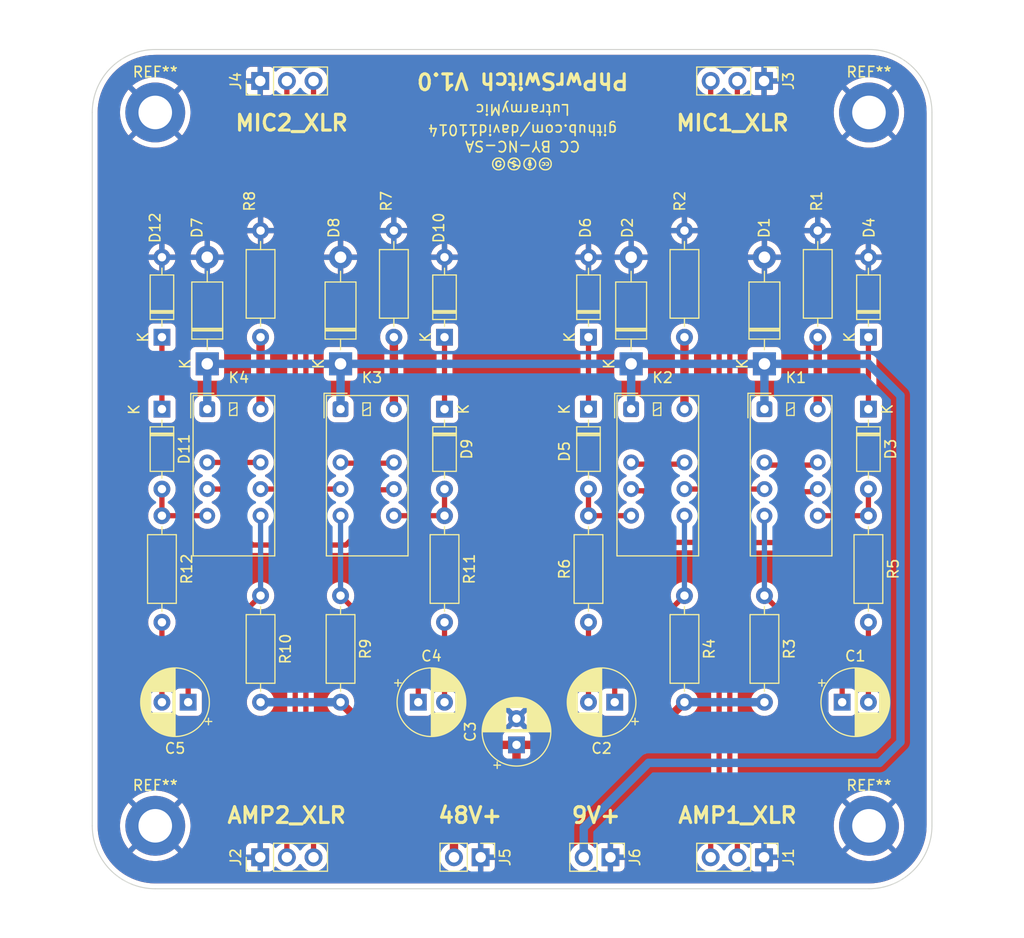
<source format=kicad_pcb>
(kicad_pcb (version 20211014) (generator pcbnew)
  (layers (0 "F.Cu" signal) (31 "B.Cu" signal) (34 "B.Paste" user) (35 "F.Paste" user) (36 "B.SilkS" user "B.Silkscreen") (37 "F.SilkS" user "F.Silkscreen") (38 "B.Mask" user) (39 "F.Mask" user) (44 "Edge.Cuts" user))
  (net 0 "")
  (net 1 "Net-(C1-Pad1)")
  (net 2 "Net-(C1-Pad2)")
  (net 3 "Net-(C2-Pad1)")
  (net 4 "Net-(C2-Pad2)")
  (net 5 "48V+")
  (net 6 "Earth")
  (net 7 "Net-(C4-Pad1)")
  (net 8 "Net-(C4-Pad2)")
  (net 9 "Net-(C5-Pad1)")
  (net 10 "Net-(C5-Pad2)")
  (net 11 "Net-(D10-Pad1)")
  (net 12 "Net-(D9-Pad2)")
  (net 13 "Net-(D3-Pad1)")
  (net 14 "Net-(D3-Pad2)")
  (net 15 "Net-(D5-Pad1)")
  (net 16 "Net-(D5-Pad2)")
  (net 17 "MIC_1_XLR_2")
  (net 18 "MIC_1_XLR_1")
  (net 19 "MIC_2_XLR_2")
  (net 20 "MIC_2_XLR_1")
  (net 21 "AMP_1_XLR_2")
  (net 22 "AMP_1_XLR_1")
  (net 23 "AMP_2_XLR_2")
  (net 24 "AMP_2_XLR_1")
  (net 25 "9V+")
  (net 26 "Net-(K1-Pad10)")
  (net 27 "Net-(K1-Pad12)")
  (net 28 "Net-(K2-Pad10)")
  (net 29 "Net-(K2-Pad12)")
  (net 30 "Net-(K3-Pad10)")
  (net 31 "Net-(K3-Pad12)")
  (net 32 "Net-(K4-Pad10)")
  (net 33 "Net-(K4-Pad12)")
  (net 34 "Net-(D11-Pad1)")
  (net 35 "Net-(D11-Pad2)")
  (footprint "MountingHole:MountingHole_3.2mm_M3_ISO7380_Pad" (layer "F.Cu") (at 135 121)
    (fp_text reference "REF**" (at 0 -3.85) (layer "F.SilkS"))
    (fp_text value "MountingHole_3.2mm_M3_ISO7380_Pad")
    (pad "1" thru_hole circle (at 0 0) (size 5.7 5.7) (drill 3.2) (layers *.Cu *.Mask) (net 6 "Earth"))
  )
  (footprint "Resistor_THT:R_Axial_DIN0207_L6.3mm_D2.5mm_P10.16mm_Horizontal" (layer "F.Cu") (at 162.56 91.44 -90)
    (fp_text reference "R11" (at 5.08 -2.37 90) (layer "F.SilkS"))
    (fp_text value "10")
    (pad "1" thru_hole circle (at 0 0 270) (size 1.6 1.6) (drill 0.8) (layers *.Cu *.Mask) (net 12 "Net-(D9-Pad2)"))
    (pad "2" thru_hole oval (at 10.16 0 270) (size 1.6 1.6) (drill 0.8) (layers *.Cu *.Mask) (net 8 "Net-(C4-Pad2)"))
  )
  (footprint "MountingHole:MountingHole_3.2mm_M3_ISO7380_Pad" (layer "F.Cu") (at 135 53)
    (fp_text reference "REF**" (at 0 -3.85) (layer "F.SilkS"))
    (fp_text value "MountingHole_3.2mm_M3_ISO7380_Pad")
    (pad "1" thru_hole circle (at 0 0) (size 5.7 5.7) (drill 3.2) (layers *.Cu *.Mask) (net 6 "Earth"))
  )
  (footprint "Resistor_THT:R_Axial_DIN0207_L6.3mm_D2.5mm_P10.16mm_Horizontal" (layer "F.Cu") (at 202.946 91.44 -90)
    (fp_text reference "R5" (at 5.08 -2.37 90) (layer "F.SilkS"))
    (fp_text value "10")
    (pad "1" thru_hole circle (at 0 0 270) (size 1.6 1.6) (drill 0.8) (layers *.Cu *.Mask) (net 14 "Net-(D3-Pad2)"))
    (pad "2" thru_hole oval (at 10.16 0 270) (size 1.6 1.6) (drill 0.8) (layers *.Cu *.Mask) (net 2 "Net-(C1-Pad2)"))
  )
  (footprint "Diode_THT:D_DO-41_SOD81_P10.16mm_Horizontal" (layer "F.Cu") (at 139.954 76.962 90)
    (fp_text reference "D7" (at 12.962 -0.97 90) (layer "F.SilkS"))
    (fp_text value "1N4001")
    (fp_text user "K" (at 0 -2.1 90) (layer "F.SilkS"))
    (pad "1" thru_hole rect (at 0 0 90) (size 2.2 2.2) (drill 1.1) (layers *.Cu *.Mask) (net 25 "9V+"))
    (pad "2" thru_hole oval (at 10.16 0 90) (size 2.2 2.2) (drill 1.1) (layers *.Cu *.Mask) (net 6 "Earth"))
  )
  (footprint "Relay_THT:Relay_DPDT_Kemet_EC2" (layer "F.Cu") (at 193.04 81.28)
    (fp_text reference "K1" (at 3 -3) (layer "F.SilkS"))
    (fp_text value "EC2-5NU")
    (pad "1" thru_hole roundrect (at 0 0) (size 1.5 1.5) (drill 0.8) (layers *.Cu *.Mask) (roundrect_rratio 0.167) (net 25 "9V+"))
    (pad "3" thru_hole circle (at 0 5.08) (size 1.5 1.5) (drill 0.8) (layers *.Cu *.Mask) (net 26 "Net-(K1-Pad10)"))
    (pad "4" thru_hole circle (at 0 7.62) (size 1.5 1.5) (drill 0.8) (layers *.Cu *.Mask) (net 17 "MIC_1_XLR_2"))
    (pad "5" thru_hole circle (at 0 10.16) (size 1.5 1.5) (drill 0.8) (layers *.Cu *.Mask) (net 1 "Net-(C1-Pad1)"))
    (pad "8" thru_hole circle (at 5.08 10.16) (size 1.5 1.5) (drill 0.8) (layers *.Cu *.Mask) (net 14 "Net-(D3-Pad2)"))
    (pad "9" thru_hole circle (at 5.08 7.62) (size 1.5 1.5) (drill 0.8) (layers *.Cu *.Mask) (net 21 "AMP_1_XLR_2"))
    (pad "10" thru_hole circle (at 5.08 5.08) (size 1.5 1.5) (drill 0.8) (layers *.Cu *.Mask) (net 26 "Net-(K1-Pad10)"))
    (pad "12" thru_hole circle (at 5.08 0) (size 1.5 1.5) (drill 0.8) (layers *.Cu *.Mask) (net 27 "Net-(K1-Pad12)"))
  )
  (footprint "Resistor_THT:R_Axial_DIN0207_L6.3mm_D2.5mm_P10.16mm_Horizontal" (layer "F.Cu") (at 145.034 99.06 -90)
    (fp_text reference "R10" (at 5.08 -2.37 -270) (layer "F.SilkS"))
    (fp_text value "6.8K")
    (pad "1" thru_hole circle (at 0 0 270) (size 1.6 1.6) (drill 0.8) (layers *.Cu *.Mask) (net 9 "Net-(C5-Pad1)"))
    (pad "2" thru_hole oval (at 10.16 0 270) (size 1.6 1.6) (drill 0.8) (layers *.Cu *.Mask) (net 5 "48V+"))
  )
  (footprint "Resistor_THT:R_Axial_DIN0207_L6.3mm_D2.5mm_P10.16mm_Horizontal" (layer "F.Cu") (at 145.034 74.422 90)
    (fp_text reference "R8" (at 12.962 -1.05 90) (layer "F.SilkS"))
    (fp_text value "150")
    (pad "1" thru_hole circle (at 0 0 90) (size 1.6 1.6) (drill 0.8) (layers *.Cu *.Mask) (net 33 "Net-(K4-Pad12)"))
    (pad "2" thru_hole oval (at 10.16 0 90) (size 1.6 1.6) (drill 0.8) (layers *.Cu *.Mask) (net 6 "Earth"))
  )
  (footprint "Diode_THT:D_DO-35_SOD27_P7.62mm_Horizontal" (layer "F.Cu") (at 202.946 81.28 -90)
    (fp_text reference "D3" (at 3.81 -2.12 90) (layer "F.SilkS"))
    (fp_text value "1N5228B-AP")
    (fp_text user "K" (at 0 -1.8 90) (layer "F.SilkS"))
    (pad "1" thru_hole rect (at 0 0 270) (size 1.6 1.6) (drill 0.8) (layers *.Cu *.Mask) (net 13 "Net-(D3-Pad1)"))
    (pad "2" thru_hole oval (at 7.62 0 270) (size 1.6 1.6) (drill 0.8) (layers *.Cu *.Mask) (net 14 "Net-(D3-Pad2)"))
  )
  (footprint "Relay_THT:Relay_DPDT_Kemet_EC2" (layer "F.Cu") (at 152.654 81.28)
    (fp_text reference "K3" (at 3 -3 180) (layer "F.SilkS"))
    (fp_text value "EC2-5NU")
    (pad "1" thru_hole roundrect (at 0 0) (size 1.5 1.5) (drill 0.8) (layers *.Cu *.Mask) (roundrect_rratio 0.167) (net 25 "9V+"))
    (pad "3" thru_hole circle (at 0 5.08) (size 1.5 1.5) (drill 0.8) (layers *.Cu *.Mask) (net 30 "Net-(K3-Pad10)"))
    (pad "4" thru_hole circle (at 0 7.62) (size 1.5 1.5) (drill 0.8) (layers *.Cu *.Mask) (net 20 "MIC_2_XLR_1"))
    (pad "5" thru_hole circle (at 0 10.16) (size 1.5 1.5) (drill 0.8) (layers *.Cu *.Mask) (net 7 "Net-(C4-Pad1)"))
    (pad "8" thru_hole circle (at 5.08 10.16) (size 1.5 1.5) (drill 0.8) (layers *.Cu *.Mask) (net 12 "Net-(D9-Pad2)"))
    (pad "9" thru_hole circle (at 5.08 7.62) (size 1.5 1.5) (drill 0.8) (layers *.Cu *.Mask) (net 24 "AMP_2_XLR_1"))
    (pad "10" thru_hole circle (at 5.08 5.08) (size 1.5 1.5) (drill 0.8) (layers *.Cu *.Mask) (net 30 "Net-(K3-Pad10)"))
    (pad "12" thru_hole circle (at 5.08 0) (size 1.5 1.5) (drill 0.8) (layers *.Cu *.Mask) (net 31 "Net-(K3-Pad12)"))
  )
  (footprint "Diode_THT:D_DO-35_SOD27_P7.62mm_Horizontal" (layer "F.Cu") (at 202.946 74.422 90)
    (fp_text reference "D4" (at 10.422 0.07 90) (layer "F.SilkS"))
    (fp_text value "1N5228B-AP")
    (fp_text user "K" (at 0 -1.8 90) (layer "F.SilkS"))
    (pad "1" thru_hole rect (at 0 0 90) (size 1.6 1.6) (drill 0.8) (layers *.Cu *.Mask) (net 13 "Net-(D3-Pad1)"))
    (pad "2" thru_hole oval (at 7.62 0 90) (size 1.6 1.6) (drill 0.8) (layers *.Cu *.Mask) (net 6 "Earth"))
  )
  (footprint "Resistor_THT:R_Axial_DIN0207_L6.3mm_D2.5mm_P10.16mm_Horizontal" (layer "F.Cu") (at 198.12 74.422 90)
    (fp_text reference "R1" (at 12.962 -0.104 90) (layer "F.SilkS"))
    (fp_text value "150")
    (pad "1" thru_hole circle (at 0 0 90) (size 1.6 1.6) (drill 0.8) (layers *.Cu *.Mask) (net 27 "Net-(K1-Pad12)"))
    (pad "2" thru_hole oval (at 10.16 0 90) (size 1.6 1.6) (drill 0.8) (layers *.Cu *.Mask) (net 6 "Earth"))
  )
  (footprint "Resistor_THT:R_Axial_DIN0207_L6.3mm_D2.5mm_P10.16mm_Horizontal" (layer "F.Cu") (at 185.42 74.422 90)
    (fp_text reference "R2" (at 12.962 -0.436 90) (layer "F.SilkS"))
    (fp_text value "150")
    (pad "1" thru_hole circle (at 0 0 90) (size 1.6 1.6) (drill 0.8) (layers *.Cu *.Mask) (net 29 "Net-(K2-Pad12)"))
    (pad "2" thru_hole oval (at 10.16 0 90) (size 1.6 1.6) (drill 0.8) (layers *.Cu *.Mask) (net 6 "Earth"))
  )
  (footprint "Diode_THT:D_DO-35_SOD27_P7.62mm_Horizontal" (layer "F.Cu") (at 162.56 81.28 -90)
    (fp_text reference "D9" (at 3.81 -2.12 90) (layer "F.SilkS"))
    (fp_text value "1N5228B-AP")
    (fp_text user "K" (at 0 -1.8 90) (layer "F.SilkS"))
    (pad "1" thru_hole rect (at 0 0 270) (size 1.6 1.6) (drill 0.8) (layers *.Cu *.Mask) (net 11 "Net-(D10-Pad1)"))
    (pad "2" thru_hole oval (at 7.62 0 270) (size 1.6 1.6) (drill 0.8) (layers *.Cu *.Mask) (net 12 "Net-(D9-Pad2)"))
  )
  (footprint "Diode_THT:D_DO-41_SOD81_P10.16mm_Horizontal" (layer "F.Cu") (at 193.04 76.962 90)
    (fp_text reference "D1" (at 12.962 -0.024 90) (layer "F.SilkS"))
    (fp_text value "1N4001")
    (fp_text user "K" (at 0 -2.1 90) (layer "F.SilkS"))
    (pad "1" thru_hole rect (at 0 0 90) (size 2.2 2.2) (drill 1.1) (layers *.Cu *.Mask) (net 25 "9V+"))
    (pad "2" thru_hole oval (at 10.16 0 90) (size 2.2 2.2) (drill 1.1) (layers *.Cu *.Mask) (net 6 "Earth"))
  )
  (footprint "Resistor_THT:R_Axial_DIN0207_L6.3mm_D2.5mm_P10.16mm_Horizontal" (layer "F.Cu") (at 185.42 99.06 -90)
    (fp_text reference "R4" (at 5.08 -2.37 -270) (layer "F.SilkS"))
    (fp_text value "6.8K")
    (pad "1" thru_hole circle (at 0 0 270) (size 1.6 1.6) (drill 0.8) (layers *.Cu *.Mask) (net 3 "Net-(C2-Pad1)"))
    (pad "2" thru_hole oval (at 10.16 0 270) (size 1.6 1.6) (drill 0.8) (layers *.Cu *.Mask) (net 5 "48V+"))
  )
  (footprint "Diode_THT:D_DO-41_SOD81_P10.16mm_Horizontal" (layer "F.Cu") (at 180.34 76.962 90)
    (fp_text reference "D2" (at 12.962 -0.356 90) (layer "F.SilkS"))
    (fp_text value "1N4001")
    (fp_text user "K" (at 0 -2.1 90) (layer "F.SilkS"))
    (pad "1" thru_hole rect (at 0 0 90) (size 2.2 2.2) (drill 1.1) (layers *.Cu *.Mask) (net 25 "9V+"))
    (pad "2" thru_hole oval (at 10.16 0 90) (size 2.2 2.2) (drill 1.1) (layers *.Cu *.Mask) (net 6 "Earth"))
  )
  (footprint "Capacitor_THT:CP_Radial_D6.3mm_P2.50mm" (layer "F.Cu") (at 138.136 109.22 180)
    (fp_text reference "C5" (at 1.25 -4.4) (layer "F.SilkS"))
    (fp_text value "22uF")
    (pad "1" thru_hole rect (at 0 0 180) (size 1.6 1.6) (drill 0.8) (layers *.Cu *.Mask) (net 9 "Net-(C5-Pad1)"))
    (pad "2" thru_hole circle (at 2.5 0 180) (size 1.6 1.6) (drill 0.8) (layers *.Cu *.Mask) (net 10 "Net-(C5-Pad2)"))
  )
  (footprint "Connector_PinHeader_2.54mm:PinHeader_1x03_P2.54mm_Vertical" (layer "F.Cu") (at 145 50 90)
    (fp_text reference "J4" (at 0 -2.33 90) (layer "F.SilkS"))
    (fp_text value "Conn_01x03_Female")
    (pad "1" thru_hole rect (at 0 0 90) (size 1.7 1.7) (drill 1) (layers *.Cu *.Mask) (net 6 "Earth"))
    (pad "2" thru_hole oval (at 0 2.54 90) (size 1.7 1.7) (drill 1) (layers *.Cu *.Mask) (net 19 "MIC_2_XLR_2"))
    (pad "3" thru_hole oval (at 0 5.08 90) (size 1.7 1.7) (drill 1) (layers *.Cu *.Mask) (net 20 "MIC_2_XLR_1"))
  )
  (footprint "Diode_THT:D_DO-35_SOD27_P7.62mm_Horizontal" (layer "F.Cu") (at 135.636 74.422 90)
    (fp_text reference "D12" (at 10.422 -0.652 90) (layer "F.SilkS"))
    (fp_text value "1N5228B-AP")
    (fp_text user "K" (at 0 -1.8 90) (layer "F.SilkS"))
    (pad "1" thru_hole rect (at 0 0 90) (size 1.6 1.6) (drill 0.8) (layers *.Cu *.Mask) (net 34 "Net-(D11-Pad1)"))
    (pad "2" thru_hole oval (at 7.62 0 90) (size 1.6 1.6) (drill 0.8) (layers *.Cu *.Mask) (net 6 "Earth"))
  )
  (footprint "Diode_THT:D_DO-35_SOD27_P7.62mm_Horizontal" (layer "F.Cu") (at 162.56 74.422 90)
    (fp_text reference "D10" (at 10.422 -0.544 90) (layer "F.SilkS"))
    (fp_text value "1N5228B-AP")
    (fp_text user "K" (at 0 -1.8 90) (layer "F.SilkS"))
    (pad "1" thru_hole rect (at 0 0 90) (size 1.6 1.6) (drill 0.8) (layers *.Cu *.Mask) (net 11 "Net-(D10-Pad1)"))
    (pad "2" thru_hole oval (at 7.62 0 90) (size 1.6 1.6) (drill 0.8) (layers *.Cu *.Mask) (net 6 "Earth"))
  )
  (footprint "Connector_PinHeader_2.54mm:PinHeader_1x03_P2.54mm_Vertical" (layer "F.Cu") (at 193 50 -90)
    (fp_text reference "J3" (at 0 -2.33 90) (layer "F.SilkS"))
    (fp_text value "Conn_01x03_Female")
    (pad "1" thru_hole rect (at 0 0 270) (size 1.7 1.7) (drill 1) (layers *.Cu *.Mask) (net 6 "Earth"))
    (pad "2" thru_hole oval (at 0 2.54 270) (size 1.7 1.7) (drill 1) (layers *.Cu *.Mask) (net 17 "MIC_1_XLR_2"))
    (pad "3" thru_hole oval (at 0 5.08 270) (size 1.7 1.7) (drill 1) (layers *.Cu *.Mask) (net 18 "MIC_1_XLR_1"))
  )
  (footprint "Relay_THT:Relay_DPDT_Kemet_EC2" (layer "F.Cu") (at 180.34 81.28)
    (fp_text reference "K2" (at 3 -3) (layer "F.SilkS"))
    (fp_text value "EC2-5NU")
    (pad "1" thru_hole roundrect (at 0 0) (size 1.5 1.5) (drill 0.8) (layers *.Cu *.Mask) (roundrect_rratio 0.167) (net 25 "9V+"))
    (pad "3" thru_hole circle (at 0 5.08) (size 1.5 1.5) (drill 0.8) (layers *.Cu *.Mask) (net 28 "Net-(K2-Pad10)"))
    (pad "4" thru_hole circle (at 0 7.62) (size 1.5 1.5) (drill 0.8) (layers *.Cu *.Mask) (net 22 "AMP_1_XLR_1"))
    (pad "5" thru_hole circle (at 0 10.16) (size 1.5 1.5) (drill 0.8) (layers *.Cu *.Mask) (net 16 "Net-(D5-Pad2)"))
    (pad "8" thru_hole circle (at 5.08 10.16) (size 1.5 1.5) (drill 0.8) (layers *.Cu *.Mask) (net 3 "Net-(C2-Pad1)"))
    (pad "9" thru_hole circle (at 5.08 7.62) (size 1.5 1.5) (drill 0.8) (layers *.Cu *.Mask) (net 18 "MIC_1_XLR_1"))
    (pad "10" thru_hole circle (at 5.08 5.08) (size 1.5 1.5) (drill 0.8) (layers *.Cu *.Mask) (net 28 "Net-(K2-Pad10)"))
    (pad "12" thru_hole circle (at 5.08 0) (size 1.5 1.5) (drill 0.8) (layers *.Cu *.Mask) (net 29 "Net-(K2-Pad12)"))
  )
  (footprint "Resistor_THT:R_Axial_DIN0207_L6.3mm_D2.5mm_P10.16mm_Horizontal" (layer "F.Cu") (at 152.654 99.06 -90)
    (fp_text reference "R9" (at 5.08 -2.37 90) (layer "F.SilkS"))
    (fp_text value "6.8K")
    (pad "1" thru_hole circle (at 0 0 270) (size 1.6 1.6) (drill 0.8) (layers *.Cu *.Mask) (net 7 "Net-(C4-Pad1)"))
    (pad "2" thru_hole oval (at 10.16 0 270) (size 1.6 1.6) (drill 0.8) (layers *.Cu *.Mask) (net 5 "48V+"))
  )
  (footprint "Diode_THT:D_DO-35_SOD27_P7.62mm_Horizontal" (layer "F.Cu") (at 176.276 81.28 -90)
    (fp_text reference "D5" (at 4.038 2.292 90) (layer "F.SilkS"))
    (fp_text value "1N5228B-AP")
    (fp_text user "K" (at 0 2.292 90) (layer "F.SilkS"))
    (pad "1" thru_hole rect (at 0 0 270) (size 1.6 1.6) (drill 0.8) (layers *.Cu *.Mask) (net 15 "Net-(D5-Pad1)"))
    (pad "2" thru_hole oval (at 7.62 0 270) (size 1.6 1.6) (drill 0.8) (layers *.Cu *.Mask) (net 16 "Net-(D5-Pad2)"))
  )
  (footprint "Diode_THT:D_DO-35_SOD27_P7.62mm_Horizontal" (layer "F.Cu") (at 135.636 81.28 -90)
    (fp_text reference "D11" (at 3.81 -2.12 90) (layer "F.SilkS"))
    (fp_text value "1N5228B-AP")
    (fp_text user "K" (at 0.038 2.652 90) (layer "F.SilkS"))
    (pad "1" thru_hole rect (at 0 0 270) (size 1.6 1.6) (drill 0.8) (layers *.Cu *.Mask) (net 34 "Net-(D11-Pad1)"))
    (pad "2" thru_hole oval (at 7.62 0 270) (size 1.6 1.6) (drill 0.8) (layers *.Cu *.Mask) (net 35 "Net-(D11-Pad2)"))
  )
  (footprint "Connector_PinHeader_2.54mm:PinHeader_1x02_P2.54mm_Vertical" (layer "F.Cu") (at 166 124 -90)
    (fp_text reference "J5" (at 0 -2.33 90) (layer "F.SilkS"))
    (fp_text value "Conn_01x02_Female")
    (pad "1" thru_hole rect (at 0 0 270) (size 1.7 1.7) (drill 1) (layers *.Cu *.Mask) (net 6 "Earth"))
    (pad "2" thru_hole oval (at 0 2.54 270) (size 1.7 1.7) (drill 1) (layers *.Cu *.Mask) (net 5 "48V+"))
  )
  (footprint "Resistor_THT:R_Axial_DIN0207_L6.3mm_D2.5mm_P10.16mm_Horizontal" (layer "F.Cu") (at 193.04 99.06 -90)
    (fp_text reference "R3" (at 5.08 -2.37 90) (layer "F.SilkS"))
    (fp_text value "6.8K")
    (pad "1" thru_hole circle (at 0 0 270) (size 1.6 1.6) (drill 0.8) (layers *.Cu *.Mask) (net 1 "Net-(C1-Pad1)"))
    (pad "2" thru_hole oval (at 10.16 0 270) (size 1.6 1.6) (drill 0.8) (layers *.Cu *.Mask) (net 5 "48V+"))
  )
  (footprint "Diode_THT:D_DO-35_SOD27_P7.62mm_Horizontal" (layer "F.Cu") (at 176.276 74.422 90)
    (fp_text reference "D6" (at 10.422 -0.292 90) (layer "F.SilkS"))
    (fp_text value "1N5228B-AP")
    (fp_text user "K" (at 0 -1.8 90) (layer "F.SilkS"))
    (pad "1" thru_hole rect (at 0 0 90) (size 1.6 1.6) (drill 0.8) (layers *.Cu *.Mask) (net 15 "Net-(D5-Pad1)"))
    (pad "2" thru_hole oval (at 7.62 0 90) (size 1.6 1.6) (drill 0.8) (layers *.Cu *.Mask) (net 6 "Earth"))
  )
  (footprint "Connector_PinHeader_2.54mm:PinHeader_1x03_P2.54mm_Vertical" (layer "F.Cu") (at 193 124 -90)
    (fp_text reference "J1" (at 0 -2.33 90) (layer "F.SilkS"))
    (fp_text value "Conn_01x03_Female")
    (pad "1" thru_hole rect (at 0 0 270) (size 1.7 1.7) (drill 1) (layers *.Cu *.Mask) (net 6 "Earth"))
    (pad "2" thru_hole oval (at 0 2.54 270) (size 1.7 1.7) (drill 1) (layers *.Cu *.Mask) (net 21 "AMP_1_XLR_2"))
    (pad "3" thru_hole oval (at 0 5.08 270) (size 1.7 1.7) (drill 1) (layers *.Cu *.Mask) (net 22 "AMP_1_XLR_1"))
  )
  (footprint "CopyRight:CC-BY-NC-SA" (layer "F.Cu") (at 170 53.71591 180)
    (fp_text reference "LutrarmyMic" (at 0 1 180 unlocked) (layer "F.SilkS"))
    (fp_text value "CC-BY-NC-SA" hide)
    (fp_text user "CC BY-NC-SA" (at 0 -2.5 180 unlocked) (layer "F.SilkS"))
    (fp_text user "github.com/david11014" (at 0 -0.94 180 unlocked) (layer "F.SilkS"))
  )
  (footprint "Connector_PinHeader_2.54mm:PinHeader_1x03_P2.54mm_Vertical" (layer "F.Cu") (at 145 124 90)
    (fp_text reference "J2" (at 0 -2.33 90) (layer "F.SilkS"))
    (fp_text value "Conn_01x03_Female")
    (pad "1" thru_hole rect (at 0 0 90) (size 1.7 1.7) (drill 1) (layers *.Cu *.Mask) (net 6 "Earth"))
    (pad "2" thru_hole oval (at 0 2.54 90) (size 1.7 1.7) (drill 1) (layers *.Cu *.Mask) (net 23 "AMP_2_XLR_2"))
    (pad "3" thru_hole oval (at 0 5.08 90) (size 1.7 1.7) (drill 1) (layers *.Cu *.Mask) (net 24 "AMP_2_XLR_1"))
  )
  (footprint "Resistor_THT:R_Axial_DIN0207_L6.3mm_D2.5mm_P10.16mm_Horizontal" (layer "F.Cu") (at 135.636 91.44 -90)
    (fp_text reference "R12" (at 5.08 -2.37 90) (layer "F.SilkS"))
    (fp_text value "10")
    (pad "1" thru_hole circle (at 0 0 270) (size 1.6 1.6) (drill 0.8) (layers *.Cu *.Mask) (net 35 "Net-(D11-Pad2)"))
    (pad "2" thru_hole oval (at 10.16 0 270) (size 1.6 1.6) (drill 0.8) (layers *.Cu *.Mask) (net 10 "Net-(C5-Pad2)"))
  )
  (footprint "MountingHole:MountingHole_3.2mm_M3_ISO7380_Pad" (layer "F.Cu") (at 203 121)
    (fp_text reference "REF**" (at 0 -3.85) (layer "F.SilkS"))
    (fp_text value "MountingHole_3.2mm_M3_ISO7380_Pad")
    (pad "1" thru_hole circle (at 0 0) (size 5.7 5.7) (drill 3.2) (layers *.Cu *.Mask) (net 6 "Earth"))
  )
  (footprint "Relay_THT:Relay_DPDT_Kemet_EC2" (layer "F.Cu") (at 139.954 81.28)
    (fp_text reference "K4" (at 3 -3 180) (layer "F.SilkS"))
    (fp_text value "EC2-5NU")
    (pad "1" thru_hole roundrect (at 0 0) (size 1.5 1.5) (drill 0.8) (layers *.Cu *.Mask) (roundrect_rratio 0.167) (net 25 "9V+"))
    (pad "3" thru_hole circle (at 0 5.08) (size 1.5 1.5) (drill 0.8) (layers *.Cu *.Mask) (net 32 "Net-(K4-Pad10)"))
    (pad "4" thru_hole circle (at 0 7.62) (size 1.5 1.5) (drill 0.8) (layers *.Cu *.Mask) (net 23 "AMP_2_XLR_2"))
    (pad "5" thru_hole circle (at 0 10.16) (size 1.5 1.5) (drill 0.8) (layers *.Cu *.Mask) (net 35 "Net-(D11-Pad2)"))
    (pad "8" thru_hole circle (at 5.08 10.16) (size 1.5 1.5) (drill 0.8) (layers *.Cu *.Mask) (net 9 "Net-(C5-Pad1)"))
    (pad "9" thru_hole circle (at 5.08 7.62) (size 1.5 1.5) (drill 0.8) (layers *.Cu *.Mask) (net 19 "MIC_2_XLR_2"))
    (pad "10" thru_hole circle (at 5.08 5.08) (size 1.5 1.5) (drill 0.8) (layers *.Cu *.Mask) (net 32 "Net-(K4-Pad10)"))
    (pad "12" thru_hole circle (at 5.08 0) (size 1.5 1.5) (drill 0.8) (layers *.Cu *.Mask) (net 33 "Net-(K4-Pad12)"))
  )
  (footprint "Capacitor_THT:CP_Radial_D6.3mm_P2.50mm" (layer "F.Cu") (at 169.418 113.284 90)
    (fp_text reference "C3" (at 1.25 -4.4 90) (layer "F.SilkS"))
    (fp_text value "10uF")
    (pad "1" thru_hole rect (at 0 0 90) (size 1.6 1.6) (drill 0.8) (layers *.Cu *.Mask) (net 5 "48V+"))
    (pad "2" thru_hole circle (at 2.5 0 90) (size 1.6 1.6) (drill 0.8) (layers *.Cu *.Mask) (net 6 "Earth"))
  )
  (footprint "Resistor_THT:R_Axial_DIN0207_L6.3mm_D2.5mm_P10.16mm_Horizontal" (layer "F.Cu") (at 157.734 74.422 90)
    (fp_text reference "R7" (at 12.962 -0.718 90) (layer "F.SilkS"))
    (fp_text value "150")
    (pad "1" thru_hole circle (at 0 0 90) (size 1.6 1.6) (drill 0.8) (layers *.Cu *.Mask) (net 31 "Net-(K3-Pad12)"))
    (pad "2" thru_hole oval (at 10.16 0 90) (size 1.6 1.6) (drill 0.8) (layers *.Cu *.Mask) (net 6 "Earth"))
  )
  (footprint "Resistor_THT:R_Axial_DIN0207_L6.3mm_D2.5mm_P10.16mm_Horizontal" (layer "F.Cu") (at 176.276 91.44 -90)
    (fp_text reference "R6" (at 5.08 2.292 90) (layer "F.SilkS"))
    (fp_text value "10")
    (pad "1" thru_hole circle (at 0 0 270) (size 1.6 1.6) (drill 0.8) (layers *.Cu *.Mask) (net 16 "Net-(D5-Pad2)"))
    (pad "2" thru_hole oval (at 10.16 0 270) (size 1.6 1.6) (drill 0.8) (layers *.Cu *.Mask) (net 4 "Net-(C2-Pad2)"))
  )
  (footprint "MountingHole:MountingHole_3.2mm_M3_ISO7380_Pad" (layer "F.Cu") (at 203 53)
    (fp_text reference "REF**" (at 0 -3.85) (layer "F.SilkS"))
    (fp_text value "MountingHole_3.2mm_M3_ISO7380_Pad")
    (pad "1" thru_hole circle (at 0 0) (size 5.7 5.7) (drill 3.2) (layers *.Cu *.Mask) (net 6 "Earth"))
  )
  (footprint "Capacitor_THT:CP_Radial_D6.3mm_P2.50mm" (layer "F.Cu") (at 200.446 109.22)
    (fp_text reference "C1" (at 1.25 -4.4) (layer "F.SilkS"))
    (fp_text value "22uF")
    (pad "1" thru_hole rect (at 0 0) (size 1.6 1.6) (drill 0.8) (layers *.Cu *.Mask) (net 1 "Net-(C1-Pad1)"))
    (pad "2" thru_hole circle (at 2.5 0) (size 1.6 1.6) (drill 0.8) (layers *.Cu *.Mask) (net 2 "Net-(C1-Pad2)"))
  )
  (footprint "Diode_THT:D_DO-41_SOD81_P10.16mm_Horizontal" (layer "F.Cu") (at 152.654 76.962 90)
    (fp_text reference "D8" (at 12.962 -0.638 90) (layer "F.SilkS"))
    (fp_text value "1N4001")
    (fp_text user "K" (at 0 -2.1 90) (layer "F.SilkS"))
    (pad "1" thru_hole rect (at 0 0 90) (size 2.2 2.2) (drill 1.1) (layers *.Cu *.Mask) (net 25 "9V+"))
    (pad "2" thru_hole oval (at 10.16 0 90) (size 2.2 2.2) (drill 1.1) (layers *.Cu *.Mask) (net 6 "Earth"))
  )
  (footprint "Capacitor_THT:CP_Radial_D6.3mm_P2.50mm" (layer "F.Cu") (at 160.06 109.22)
    (fp_text reference "C4" (at 1.25 -4.4) (layer "F.SilkS"))
    (fp_text value "22uF")
    (pad "1" thru_hole rect (at 0 0) (size 1.6 1.6) (drill 0.8) (layers *.Cu *.Mask) (net 7 "Net-(C4-Pad1)"))
    (pad "2" thru_hole circle (at 2.5 0) (size 1.6 1.6) (drill 0.8) (layers *.Cu *.Mask) (net 8 "Net-(C4-Pad2)"))
  )
  (footprint "Capacitor_THT:CP_Radial_D6.3mm_P2.50mm" (layer "F.Cu") (at 178.776 109.22 180)
    (fp_text reference "C2" (at 1.25 -4.4) (layer "F.SilkS"))
    (fp_text value "22uF")
    (pad "1" thru_hole rect (at 0 0 180) (size 1.6 1.6) (drill 0.8) (layers *.Cu *.Mask) (net 3 "Net-(C2-Pad1)"))
    (pad "2" thru_hole circle (at 2.5 0 180) (size 1.6 1.6) (drill 0.8) (layers *.Cu *.Mask) (net 4 "Net-(C2-Pad2)"))
  )
  (footprint "Connector_PinHeader_2.54mm:PinHeader_1x02_P2.54mm_Vertical" (layer "F.Cu") (at 178.365 124 -90)
    (fp_text reference "J6" (at 0 -2.33 90) (layer "F.SilkS"))
    (fp_text value "Conn_01x02_Female")
    (pad "1" thru_hole rect (at 0 0 270) (size 1.7 1.7) (drill 1) (layers *.Cu *.Mask) (net 6 "Earth"))
    (pad "2" thru_hole oval (at 0 2.54 270) (size 1.7 1.7) (drill 1) (layers *.Cu *.Mask) (net 25 "9V+"))
  )
  (gr_line (start 135 47) (end 203 47) (layer "Edge.Cuts") (width 0.1))
  (gr_arc (start 129 53) (mid 130.757359 48.757359) (end 135 47) (layer "Edge.Cuts") (width 0.1))
  (gr_line (start 129 121) (end 129 53) (layer "Edge.Cuts") (width 0.1))
  (gr_line (start 209 53) (end 209 121) (layer "Edge.Cuts") (width 0.1))
  (gr_arc (start 135 127) (mid 130.757359 125.242641) (end 129 121) (layer "Edge.Cuts") (width 0.1))
  (gr_arc (start 209 121) (mid 207.242641 125.242641) (end 203 127) (layer "Edge.Cuts") (width 0.1))
  (gr_line (start 203 127) (end 135 127) (layer "Edge.Cuts") (width 0.1))
  (gr_arc (start 203 47) (mid 207.242641 48.757359) (end 209 53) (layer "Edge.Cuts") (width 0.1))
  (gr_text "MIC2_XLR" (at 148 54) (layer "F.SilkS") (effects (font (size 1.5 1.5) (thickness 0.3))))
  (gr_text "PhPwrSwitch V1.0" (at 170 50 180) (layer "F.SilkS") (effects (font (size 1.5 1.5) (thickness 0.3))))
  (gr_text "48V+" (at 165 120) (layer "F.SilkS") (effects (font (size 1.5 1.5) (thickness 0.3))))
  (gr_text "MIC1_XLR" (at 190 54) (layer "F.SilkS") (effects (font (size 1.5 1.5) (thickness 0.3))))
  (gr_text "AMP2_XLR" (at 147.525 120) (layer "F.SilkS") (effects (font (size 1.5 1.5) (thickness 0.3))))
  (gr_text "AMP1_XLR" (at 190.475 120) (layer "F.SilkS") (effects (font (size 1.5 1.5) (thickness 0.3))))
  (gr_text "9V+\n" (at 177 120) (layer "F.SilkS") (effects (font (size 1.5 1.5) (thickness 0.3))))
  (segment (start 200.446 109.22) (end 200.446 106.466) (width 0.5) (layer "F.Cu") (net 1))
  (segment (start 200.446 106.466) (end 193.04 99.06) (width 0.5) (layer "F.Cu") (net 1))
  (segment (start 193.04 99.06) (end 193.04 91.44) (width 0.5) (layer "B.Cu") (net 1))
  (segment (start 202.946 109.22) (end 202.946 101.6) (width 0.5) (layer "F.Cu") (net 2))
  (segment (start 178.776 105.704) (end 185.42 99.06) (width 0.5) (layer "F.Cu") (net 3))
  (segment (start 178.776 109.22) (end 178.776 105.704) (width 0.5) (layer "F.Cu") (net 3))
  (segment (start 185.42 91.44) (end 185.42 99.06) (width 0.5) (layer "B.Cu") (net 3))
  (segment (start 176.276 109.22) (end 176.276 101.6) (width 0.5) (layer "F.Cu") (net 4))
  (segment (start 169.418 115.582) (end 169.418 113.284) (width 0.8) (layer "F.Cu") (net 5))
  (segment (start 169.418 113.284) (end 181.356 113.284) (width 0.8) (layer "F.Cu") (net 5))
  (segment (start 169.418 113.284) (end 156.718 113.284) (width 0.8) (layer "F.Cu") (net 5))
  (segment (start 156.718 113.284) (end 152.654 109.22) (width 0.8) (layer "F.Cu") (net 5))
  (segment (start 181.356 113.284) (end 185.42 109.22) (width 0.8) (layer "F.Cu") (net 5))
  (segment (start 163.46 121.54) (end 169.418 115.582) (width 0.8) (layer "F.Cu") (net 5))
  (segment (start 163.46 124) (end 163.46 121.54) (width 0.8) (layer "F.Cu") (net 5))
  (segment (start 185.42 109.22) (end 193.04 109.22) (width 0.8) (layer "B.Cu") (net 5))
  (segment (start 145.034 109.22) (end 152.654 109.22) (width 0.8) (layer "B.Cu") (net 5))
  (segment (start 160.06 106.466) (end 152.654 99.06) (width 0.5) (layer "F.Cu") (net 7))
  (segment (start 160.06 109.22) (end 160.06 106.466) (width 0.5) (layer "F.Cu") (net 7))
  (segment (start 152.654 91.5125) (end 152.654 99.06) (width 0.5) (layer "B.Cu") (net 7))
  (segment (start 162.56 109.22) (end 162.56 101.6) (width 0.5) (layer "F.Cu") (net 8))
  (segment (start 138.136 105.958) (end 145.034 99.06) (width 0.5) (layer "F.Cu") (net 9))
  (segment (start 138.136 109.22) (end 138.136 105.958) (width 0.5) (layer "F.Cu") (net 9))
  (segment (start 145.034 91.44) (end 145.034 99.06) (width 0.5) (layer "B.Cu") (net 9))
  (segment (start 135.636 109.22) (end 135.636 101.6) (width 0.5) (layer "F.Cu") (net 10))
  (segment (start 162.56 81.28) (end 162.56 74.422) (width 0.5) (layer "F.Cu") (net 11))
  (segment (start 162.56 91.44) (end 157.8065 91.44) (width 0.5) (layer "F.Cu") (net 12))
  (segment (start 157.8065 91.44) (end 157.734 91.5125) (width 0.5) (layer "F.Cu") (net 12))
  (segment (start 162.56 88.9) (end 162.56 91.44) (width 0.5) (layer "F.Cu") (net 12))
  (segment (start 202.946 81.28) (end 202.946 74.422) (width 0.5) (layer "F.Cu") (net 13))
  (segment (start 202.946 91.44) (end 202.946 88.9) (width 0.5) (layer "F.Cu") (net 14))
  (segment (start 198.12 91.44) (end 202.946 91.44) (width 0.5) (layer "F.Cu") (net 14))
  (segment (start 176.276 81.28) (end 176.276 74.422) (width 0.5) (layer "F.Cu") (net 15))
  (segment (start 176.276 91.44) (end 180.34 91.44) (width 0.5) (layer "F.Cu") (net 16))
  (segment (start 176.276 91.44) (end 176.276 88.9) (width 0.5) (layer "F.Cu") (net 16))
  (segment (start 189.738 52.578) (end 189.738 87.7316) (width 0.5) (layer "F.Cu") (net 17))
  (segment (start 189.738 52.578) (end 190.46 51.856) (width 0.5) (layer "F.Cu") (net 17))
  (segment (start 189.738 87.7316) (end 190.9064 88.9) (width 0.5) (layer "F.Cu") (net 17))
  (segment (start 190.9064 88.9) (end 193.04 88.9) (width 0.5) (layer "F.Cu") (net 17))
  (segment (start 190.46 51.856) (end 190.46 50) (width 0.5) (layer "F.Cu") (net 17))
  (segment (start 188.722 87.8332) (end 187.6552 88.9) (width 0.5) (layer "F.Cu") (net 18))
  (segment (start 188.722 52.578) (end 188.722 87.8332) (width 0.5) (layer "F.Cu") (net 18))
  (segment (start 187.6552 88.9) (end 185.42 88.9) (width 0.5) (layer "F.Cu") (net 18))
  (segment (start 188.722 52.578) (end 187.92 51.776) (width 0.5) (layer "F.Cu") (net 18))
  (segment (start 187.92 51.776) (end 187.92 50) (width 0.5) (layer "F.Cu") (net 18))
  (segment (start 147.54 51.782) (end 147.54 50) (width 0.5) (layer "F.Cu") (net 19))
  (segment (start 147.574 88.9) (end 148.336 88.138) (width 0.5) (layer "F.Cu") (net 19))
  (segment (start 148.336 52.578) (end 147.54 51.782) (width 0.5) (layer "F.Cu") (net 19))
  (segment (start 148.336 88.138) (end 148.336 52.578) (width 0.5) (layer "F.Cu") (net 19))
  (segment (start 145.034 88.9) (end 147.574 88.9) (width 0.5) (layer "F.Cu") (net 19))
  (segment (start 149.352 52.468) (end 150.08 51.74) (width 0.5) (layer "F.Cu") (net 20))
  (segment (start 150.114 88.9) (end 149.352 88.138) (width 0.5) (layer "F.Cu") (net 20))
  (segment (start 150.08 51.74) (end 150.08 50) (width 0.5) (layer "F.Cu") (net 20))
  (segment (start 152.654 88.9) (end 150.114 88.9) (width 0.5) (layer "F.Cu") (net 20))
  (segment (start 149.352 88.138) (end 149.352 52.468) (width 0.5) (layer "F.Cu") (net 20))
  (segment (start 194.544 94) (end 195.58 92.964) (width 0.5) (layer "F.Cu") (net 21))
  (segment (start 189.738 121.71) (end 189.738 95.25) (width 0.5) (layer "F.Cu") (net 21))
  (segment (start 195.58 92.964) (end 195.58 90.17) (width 0.5) (layer "F.Cu") (net 21))
  (segment (start 196.596 89.154) (end 198.12 89.154) (width 0.5) (layer "F.Cu") (net 21))
  (segment (start 190.988 94) (end 194.544 94) (width 0.5) (layer "F.Cu") (net 21))
  (segment (start 189.738 95.25) (end 190.988 94) (width 0.5) (layer "F.Cu") (net 21))
  (segment (start 195.58 90.17) (end 196.596 89.154) (width 0.5) (layer "F.Cu") (net 21))
  (segment (start 190.46 122.432) (end 189.738 121.71) (width 0.5) (layer "F.Cu") (net 21))
  (segment (start 190.46 124) (end 190.46 122.432) (width 0.5) (layer "F.Cu") (net 21))
  (segment (start 187.92 124) (end 187.92 122.468) (width 0.5) (layer "F.Cu") (net 22))
  (segment (start 188.722 121.666) (end 188.722 95.25) (width 0.5) (layer "F.Cu") (net 22))
  (segment (start 181.52 89.064) (end 180.34 89.064) (width 0.5) (layer "F.Cu") (net 22))
  (segment (start 183.896 93.98) (end 182.626 92.71) (width 0.5) (layer "F.Cu") (net 22))
  (segment (start 188.722 95.25) (end 187.452 93.98) (width 0.5) (layer "F.Cu") (net 22))
  (segment (start 182.626 90.17) (end 181.52 89.064) (width 0.5) (layer "F.Cu") (net 22))
  (segment (start 187.92 122.468) (end 188.722 121.666) (width 0.5) (layer "F.Cu") (net 22))
  (segment (start 182.626 92.71) (end 182.626 90.17) (width 0.5) (layer "F.Cu") (net 22))
  (segment (start 187.452 93.98) (end 183.896 93.98) (width 0.5) (layer "F.Cu") (net 22))
  (segment (start 147.32 94.234) (end 144.272 94.234) (width 0.5) (layer "F.Cu") (net 23))
  (segment (start 144.272 94.234) (end 142.494 92.456) (width 0.5) (layer "F.Cu") (net 23))
  (segment (start 148.336 121.598) (end 148.336 95.25) (width 0.5) (layer "F.Cu") (net 23))
  (segment (start 142.494 92.456) (end 142.494 90.17) (width 0.5) (layer "F.Cu") (net 23))
  (segment (start 142.494 90.17) (end 141.224 88.9) (width 0.5) (layer "F.Cu") (net 23))
  (segment (start 148.336 95.25) (end 147.32 94.234) (width 0.5) (layer "F.Cu") (net 23))
  (segment (start 147.54 124) (end 147.54 122.394) (width 0.5) (layer "F.Cu") (net 23))
  (segment (start 141.224 88.9) (end 139.954 88.9) (width 0.5) (layer "F.Cu") (net 23))
  (segment (start 147.54 122.394) (end 148.336 121.598) (width 0.5) (layer "F.Cu") (net 23))
  (segment (start 156.3915 88.9725) (end 157.734 88.9725) (width 0.5) (layer "F.Cu") (net 24))
  (segment (start 150.368 94.234) (end 153.162 94.234) (width 0.5) (layer "F.Cu") (net 24))
  (segment (start 150.08 122.394) (end 149.352 121.666) (width 0.5) (layer "F.Cu") (net 24))
  (segment (start 155.194 92.202) (end 155.194 90.17) (width 0.5) (layer "F.Cu") (net 24))
  (segment (start 150.08 124) (end 150.08 122.394) (width 0.5) (layer "F.Cu") (net 24))
  (segment (start 155.194 90.17) (end 156.3915 88.9725) (width 0.5) (layer "F.Cu") (net 24))
  (segment (start 149.352 121.666) (end 149.352 95.25) (width 0.5) (layer "F.Cu") (net 24))
  (segment (start 153.162 94.234) (end 155.194 92.202) (width 0.5) (layer "F.Cu") (net 24))
  (segment (start 149.352 95.25) (end 150.368 94.234) (width 0.5) (layer "F.Cu") (net 24))
  (segment (start 182 115) (end 204 115) (width 0.8) (layer "B.Cu") (net 25))
  (segment (start 175.825 121.175) (end 182 115) (width 0.8) (layer "B.Cu") (net 25))
  (segment (start 202.962 76.962) (end 193.04 76.962) (width 0.8) (layer "B.Cu") (net 25))
  (segment (start 152.654 76.962) (end 152.654 81.28) (width 0.8) (layer "B.Cu") (net 25))
  (segment (start 180.34 76.962) (end 193.04 76.962) (width 0.8) (layer "B.Cu") (net 25))
  (segment (start 139.954 76.962) (end 139.954 81.28) (width 0.8) (layer "B.Cu") (net 25))
  (segment (start 204 115) (end 206 113) (width 0.8) (layer "B.Cu") (net 25))
  (segment (start 193.04 81.28) (end 193.04 76.962) (width 0.8) (layer "B.Cu") (net 25))
  (segment (start 180.34 81.28) (end 180.34 76.962) (width 0.8) (layer "B.Cu") (net 25))
  (segment (start 206 113) (end 206 80) (width 0.8) (layer "B.Cu") (net 25))
  (segment (start 139.954 76.962) (end 152.654 76.962) (width 0.8) (layer "B.Cu") (net 25))
  (segment (start 180.34 76.962) (end 152.654 76.962) (width 0.8) (layer "B.Cu") (net 25))
  (segment (start 206 80) (end 202.962 76.962) (width 0.8) (layer "B.Cu") (net 25))
  (segment (start 175.825 124) (end 175.825 121.175) (width 0.8) (layer "B.Cu") (net 25))
  (segment (start 193.04 86.614) (end 198.12 86.614) (width 0.5) (layer "F.Cu") (net 26))
  (segment (start 198.12 74.422) (end 198.12 81.28) (width 0.8) (layer "F.Cu") (net 27))
  (segment (start 180.34 86.524) (end 185.42 86.524) (width 0.5) (layer "F.Cu") (net 28))
  (segment (start 185.42 74.422) (end 185.42 81.28) (width 0.8) (layer "F.Cu") (net 29))
  (segment (start 152.654 86.4325) (end 157.734 86.4325) (width 0.5) (layer "F.Cu") (net 30))
  (segment (start 157.734 74.422) (end 157.734 81.3525) (width 0.8) (layer "F.Cu") (net 31))
  (segment (start 139.954 86.36) (end 145.034 86.36) (width 0.5) (layer "F.Cu") (net 32))
  (segment (start 145.034 81.28) (end 145.034 74.422) (width 0.8) (layer "F.Cu") (net 33))
  (segment (start 135.636 81.28) (end 135.636 74.422) (width 0.5) (layer "F.Cu") (net 34))
  (segment (start 135.636 91.44) (end 139.954 91.44) (width 0.5) (layer "F.Cu") (net 35))
  (segment (start 135.636 88.9) (end 135.636 91.44) (width 0.5) (layer "F.Cu") (net 35))
  (zone (net 6) (net_name "Earth") (layers F&B.Cu) (connect_pads (clearance 0.508)) (min_thickness 0.254) (fill yes (thermal_gap 0.508) (thermal_bridge_width 0.508))
    (polygon (pts (xy 209.042 127) (xy 129.032 127) (xy 129.032 46.99) (xy 209.042 46.99)))
  )
)
</source>
